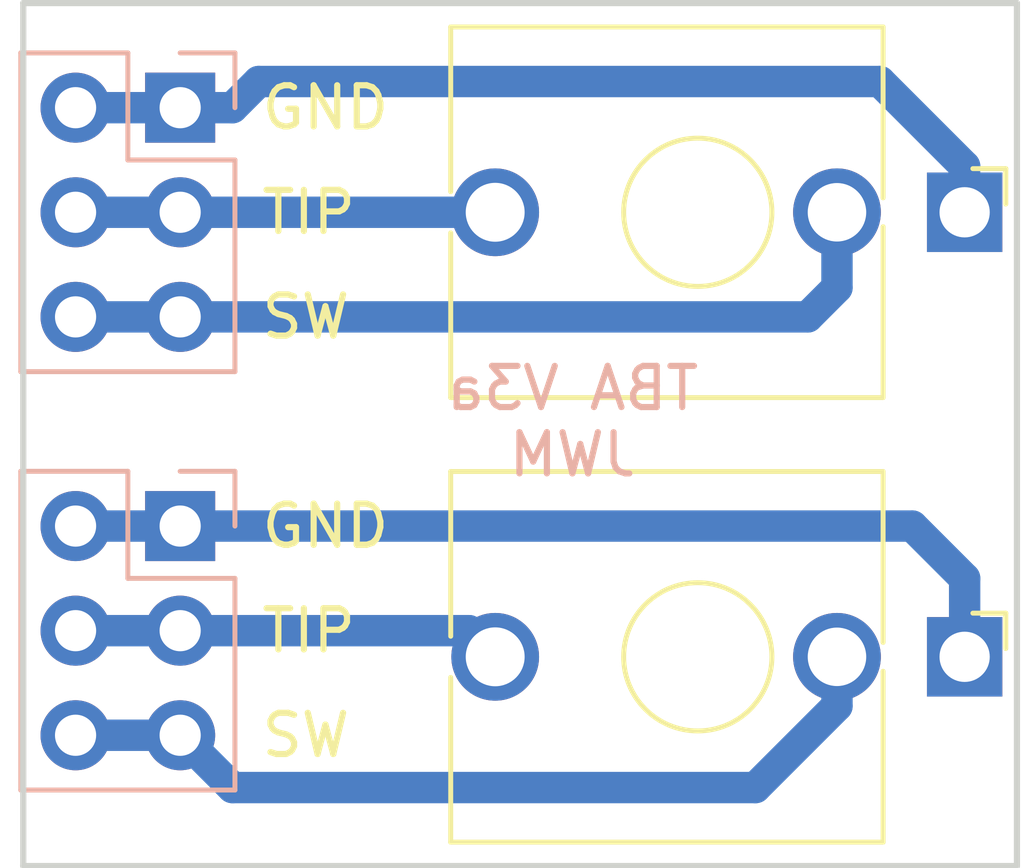
<source format=kicad_pcb>
(kicad_pcb (version 20171130) (host pcbnew "(5.1.0-0)")

  (general
    (thickness 1.6)
    (drawings 11)
    (tracks 24)
    (zones 0)
    (modules 4)
    (nets 7)
  )

  (page A4)
  (layers
    (0 Top signal)
    (31 Bottom signal)
    (34 B.Paste user)
    (35 F.Paste user)
    (36 B.SilkS user)
    (37 F.SilkS user)
    (38 B.Mask user)
    (39 F.Mask user)
    (40 Dwgs.User user)
    (41 Cmts.User user)
    (42 Eco1.User user)
    (43 Eco2.User user)
    (44 Edge.Cuts user)
    (45 Margin user)
    (46 B.CrtYd user)
    (47 F.CrtYd user)
  )

  (setup
    (last_trace_width 0.1524)
    (trace_clearance 0.1524)
    (zone_clearance 0.508)
    (zone_45_only no)
    (trace_min 0.1524)
    (via_size 0.508)
    (via_drill 0.254)
    (via_min_size 0.508)
    (via_min_drill 0.254)
    (uvia_size 0.508)
    (uvia_drill 0.254)
    (uvias_allowed no)
    (uvia_min_size 0.2)
    (uvia_min_drill 0.1)
    (edge_width 0.15)
    (segment_width 0.2)
    (pcb_text_width 0.3)
    (pcb_text_size 1.5 1.5)
    (mod_edge_width 0.15)
    (mod_text_size 1 1)
    (mod_text_width 0.15)
    (pad_size 1.524 1.524)
    (pad_drill 0.762)
    (pad_to_mask_clearance 0.0508)
    (aux_axis_origin 0 0)
    (visible_elements FFFFFF7F)
    (pcbplotparams
      (layerselection 0x010fc_ffffffff)
      (usegerberextensions false)
      (usegerberattributes false)
      (usegerberadvancedattributes false)
      (creategerberjobfile false)
      (excludeedgelayer true)
      (linewidth 0.100000)
      (plotframeref false)
      (viasonmask false)
      (mode 1)
      (useauxorigin false)
      (hpglpennumber 1)
      (hpglpenspeed 20)
      (hpglpendiameter 15.000000)
      (psnegative false)
      (psa4output false)
      (plotreference true)
      (plotvalue true)
      (plotinvisibletext false)
      (padsonsilk false)
      (subtractmaskfromsilk false)
      (outputformat 1)
      (mirror false)
      (drillshape 1)
      (scaleselection 1)
      (outputdirectory ""))
  )

  (net 0 "")
  (net 1 "Net-(J1-PadT)")
  (net 2 "Net-(J1-PadS)")
  (net 3 "Net-(J1-PadTN)")
  (net 4 "Net-(J2-PadT)")
  (net 5 "Net-(J2-PadS)")
  (net 6 "Net-(J2-PadTN)")

  (net_class Default "This is the default net class."
    (clearance 0.1524)
    (trace_width 0.1524)
    (via_dia 0.508)
    (via_drill 0.254)
    (uvia_dia 0.508)
    (uvia_drill 0.254)
    (diff_pair_width 0.1524)
    (diff_pair_gap 0.1524)
    (add_net "Net-(J1-PadS)")
    (add_net "Net-(J1-PadT)")
    (add_net "Net-(J1-PadTN)")
    (add_net "Net-(J2-PadS)")
    (add_net "Net-(J2-PadT)")
    (add_net "Net-(J2-PadTN)")
  )

  (module Connector_PinHeader_2.54mm:PinHeader_2x03_P2.54mm_Vertical (layer Bottom) (tedit 59FED5CC) (tstamp 5CA9C3A0)
    (at 141.605 78.74 180)
    (descr "Through hole straight pin header, 2x03, 2.54mm pitch, double rows")
    (tags "Through hole pin header THT 2x03 2.54mm double row")
    (path /5CBF4065)
    (fp_text reference J4 (at 1.27 2.33 180) (layer B.SilkS) hide
      (effects (font (size 1 1) (thickness 0.15)) (justify mirror))
    )
    (fp_text value Conn_02x03_Odd_Even (at 1.27 -7.41 180) (layer B.Fab)
      (effects (font (size 1 1) (thickness 0.15)) (justify mirror))
    )
    (fp_text user %R (at 1.27 -2.54 90) (layer B.Fab)
      (effects (font (size 1 1) (thickness 0.15)) (justify mirror))
    )
    (fp_line (start 4.35 1.8) (end -1.8 1.8) (layer B.CrtYd) (width 0.05))
    (fp_line (start 4.35 -6.85) (end 4.35 1.8) (layer B.CrtYd) (width 0.05))
    (fp_line (start -1.8 -6.85) (end 4.35 -6.85) (layer B.CrtYd) (width 0.05))
    (fp_line (start -1.8 1.8) (end -1.8 -6.85) (layer B.CrtYd) (width 0.05))
    (fp_line (start -1.33 1.33) (end 0 1.33) (layer B.SilkS) (width 0.12))
    (fp_line (start -1.33 0) (end -1.33 1.33) (layer B.SilkS) (width 0.12))
    (fp_line (start 1.27 1.33) (end 3.87 1.33) (layer B.SilkS) (width 0.12))
    (fp_line (start 1.27 -1.27) (end 1.27 1.33) (layer B.SilkS) (width 0.12))
    (fp_line (start -1.33 -1.27) (end 1.27 -1.27) (layer B.SilkS) (width 0.12))
    (fp_line (start 3.87 1.33) (end 3.87 -6.41) (layer B.SilkS) (width 0.12))
    (fp_line (start -1.33 -1.27) (end -1.33 -6.41) (layer B.SilkS) (width 0.12))
    (fp_line (start -1.33 -6.41) (end 3.87 -6.41) (layer B.SilkS) (width 0.12))
    (fp_line (start -1.27 0) (end 0 1.27) (layer B.Fab) (width 0.1))
    (fp_line (start -1.27 -6.35) (end -1.27 0) (layer B.Fab) (width 0.1))
    (fp_line (start 3.81 -6.35) (end -1.27 -6.35) (layer B.Fab) (width 0.1))
    (fp_line (start 3.81 1.27) (end 3.81 -6.35) (layer B.Fab) (width 0.1))
    (fp_line (start 0 1.27) (end 3.81 1.27) (layer B.Fab) (width 0.1))
    (pad 6 thru_hole oval (at 2.54 -5.08 180) (size 1.7 1.7) (drill 1) (layers *.Cu *.Mask)
      (net 6 "Net-(J2-PadTN)"))
    (pad 5 thru_hole oval (at 0 -5.08 180) (size 1.7 1.7) (drill 1) (layers *.Cu *.Mask)
      (net 6 "Net-(J2-PadTN)"))
    (pad 4 thru_hole oval (at 2.54 -2.54 180) (size 1.7 1.7) (drill 1) (layers *.Cu *.Mask)
      (net 4 "Net-(J2-PadT)"))
    (pad 3 thru_hole oval (at 0 -2.54 180) (size 1.7 1.7) (drill 1) (layers *.Cu *.Mask)
      (net 4 "Net-(J2-PadT)"))
    (pad 2 thru_hole oval (at 2.54 0 180) (size 1.7 1.7) (drill 1) (layers *.Cu *.Mask)
      (net 5 "Net-(J2-PadS)"))
    (pad 1 thru_hole rect (at 0 0 180) (size 1.7 1.7) (drill 1) (layers *.Cu *.Mask)
      (net 5 "Net-(J2-PadS)"))
    (model ${KISYS3DMOD}/Connector_PinHeader_2.54mm.3dshapes/PinHeader_2x03_P2.54mm_Vertical.wrl
      (at (xyz 0 0 0))
      (scale (xyz 1 1 1))
      (rotate (xyz 0 0 0))
    )
  )

  (module Connector_PinHeader_2.54mm:PinHeader_2x03_P2.54mm_Vertical (layer Bottom) (tedit 59FED5CC) (tstamp 5CA9C384)
    (at 141.605 68.58 180)
    (descr "Through hole straight pin header, 2x03, 2.54mm pitch, double rows")
    (tags "Through hole pin header THT 2x03 2.54mm double row")
    (path /5CBF4059)
    (fp_text reference J3 (at 1.27 2.33 180) (layer B.SilkS) hide
      (effects (font (size 1 1) (thickness 0.15)) (justify mirror))
    )
    (fp_text value Conn_02x03_Odd_Even (at 1.27 -7.41 180) (layer B.Fab)
      (effects (font (size 1 1) (thickness 0.15)) (justify mirror))
    )
    (fp_text user %R (at 1.27 -2.54 90) (layer B.Fab)
      (effects (font (size 1 1) (thickness 0.15)) (justify mirror))
    )
    (fp_line (start 4.35 1.8) (end -1.8 1.8) (layer B.CrtYd) (width 0.05))
    (fp_line (start 4.35 -6.85) (end 4.35 1.8) (layer B.CrtYd) (width 0.05))
    (fp_line (start -1.8 -6.85) (end 4.35 -6.85) (layer B.CrtYd) (width 0.05))
    (fp_line (start -1.8 1.8) (end -1.8 -6.85) (layer B.CrtYd) (width 0.05))
    (fp_line (start -1.33 1.33) (end 0 1.33) (layer B.SilkS) (width 0.12))
    (fp_line (start -1.33 0) (end -1.33 1.33) (layer B.SilkS) (width 0.12))
    (fp_line (start 1.27 1.33) (end 3.87 1.33) (layer B.SilkS) (width 0.12))
    (fp_line (start 1.27 -1.27) (end 1.27 1.33) (layer B.SilkS) (width 0.12))
    (fp_line (start -1.33 -1.27) (end 1.27 -1.27) (layer B.SilkS) (width 0.12))
    (fp_line (start 3.87 1.33) (end 3.87 -6.41) (layer B.SilkS) (width 0.12))
    (fp_line (start -1.33 -1.27) (end -1.33 -6.41) (layer B.SilkS) (width 0.12))
    (fp_line (start -1.33 -6.41) (end 3.87 -6.41) (layer B.SilkS) (width 0.12))
    (fp_line (start -1.27 0) (end 0 1.27) (layer B.Fab) (width 0.1))
    (fp_line (start -1.27 -6.35) (end -1.27 0) (layer B.Fab) (width 0.1))
    (fp_line (start 3.81 -6.35) (end -1.27 -6.35) (layer B.Fab) (width 0.1))
    (fp_line (start 3.81 1.27) (end 3.81 -6.35) (layer B.Fab) (width 0.1))
    (fp_line (start 0 1.27) (end 3.81 1.27) (layer B.Fab) (width 0.1))
    (pad 6 thru_hole oval (at 2.54 -5.08 180) (size 1.7 1.7) (drill 1) (layers *.Cu *.Mask)
      (net 3 "Net-(J1-PadTN)"))
    (pad 5 thru_hole oval (at 0 -5.08 180) (size 1.7 1.7) (drill 1) (layers *.Cu *.Mask)
      (net 3 "Net-(J1-PadTN)"))
    (pad 4 thru_hole oval (at 2.54 -2.54 180) (size 1.7 1.7) (drill 1) (layers *.Cu *.Mask)
      (net 1 "Net-(J1-PadT)"))
    (pad 3 thru_hole oval (at 0 -2.54 180) (size 1.7 1.7) (drill 1) (layers *.Cu *.Mask)
      (net 1 "Net-(J1-PadT)"))
    (pad 2 thru_hole oval (at 2.54 0 180) (size 1.7 1.7) (drill 1) (layers *.Cu *.Mask)
      (net 2 "Net-(J1-PadS)"))
    (pad 1 thru_hole rect (at 0 0 180) (size 1.7 1.7) (drill 1) (layers *.Cu *.Mask)
      (net 2 "Net-(J1-PadS)"))
    (model ${KISYS3DMOD}/Connector_PinHeader_2.54mm.3dshapes/PinHeader_2x03_P2.54mm_Vertical.wrl
      (at (xyz 0 0 0))
      (scale (xyz 1 1 1))
      (rotate (xyz 0 0 0))
    )
  )

  (module Connector_Audio:Jack_3.5mm_QingPu_WQP-PJ398SM_Vertical_CircularHoles (layer Top) (tedit 5C2B6BB2) (tstamp 5CA9C368)
    (at 160.655 81.915 270)
    (descr "TRS 3.5mm, vertical, Thonkiconn, PCB mount, (http://www.qingpu-electronics.com/en/products/WQP-PJ398SM-362.html)")
    (tags "WQP-PJ398SM WQP-PJ301M-12 TRS 3.5mm mono vertical jack thonkiconn qingpu")
    (path /5CBF405F)
    (fp_text reference J2 (at -4.03 1.08 90) (layer F.SilkS) hide
      (effects (font (size 1 1) (thickness 0.15)))
    )
    (fp_text value AudioJack2_SwitchT (at 0 5 90) (layer F.Fab)
      (effects (font (size 1 1) (thickness 0.15)))
    )
    (fp_line (start 0 0) (end 0 2.03) (layer F.Fab) (width 0.1))
    (fp_circle (center 0 6.48) (end 1.8 6.48) (layer F.Fab) (width 0.1))
    (fp_line (start 4.5 2.03) (end -4.5 2.03) (layer F.Fab) (width 0.1))
    (fp_line (start 5 -1.42) (end -5 -1.42) (layer F.CrtYd) (width 0.05))
    (fp_line (start 5 12.98) (end -5 12.98) (layer F.CrtYd) (width 0.05))
    (fp_line (start 5 12.98) (end 5 -1.42) (layer F.CrtYd) (width 0.05))
    (fp_line (start 4.5 12.48) (end -4.5 12.48) (layer F.Fab) (width 0.1))
    (fp_line (start 4.5 12.48) (end 4.5 2.08) (layer F.Fab) (width 0.1))
    (fp_line (start -1.06 -1) (end -0.2 -1) (layer F.SilkS) (width 0.12))
    (fp_line (start -1.06 -1) (end -1.06 -0.2) (layer F.SilkS) (width 0.12))
    (fp_circle (center 0 6.48) (end 1.8 6.48) (layer F.SilkS) (width 0.12))
    (fp_line (start -0.35 1.98) (end -4.5 1.98) (layer F.SilkS) (width 0.12))
    (fp_line (start 4.5 1.98) (end 0.35 1.98) (layer F.SilkS) (width 0.12))
    (fp_line (start -0.5 12.48) (end -4.5 12.48) (layer F.SilkS) (width 0.12))
    (fp_line (start 4.5 12.48) (end 0.5 12.48) (layer F.SilkS) (width 0.12))
    (fp_line (start -1.41 6.02) (end -0.46 5.07) (layer Dwgs.User) (width 0.12))
    (fp_line (start -1.42 6.875) (end 0.4 5.06) (layer Dwgs.User) (width 0.12))
    (fp_line (start -1.07 7.49) (end 1.01 5.41) (layer Dwgs.User) (width 0.12))
    (fp_line (start -0.58 7.83) (end 1.36 5.89) (layer Dwgs.User) (width 0.12))
    (fp_line (start 0.09 7.96) (end 1.48 6.57) (layer Dwgs.User) (width 0.12))
    (fp_circle (center 0 6.48) (end 1.5 6.48) (layer Dwgs.User) (width 0.12))
    (fp_line (start 4.5 1.98) (end 4.5 12.48) (layer F.SilkS) (width 0.12))
    (fp_line (start -4.5 1.98) (end -4.5 12.48) (layer F.SilkS) (width 0.12))
    (fp_text user %R (at 0 8 90) (layer F.Fab)
      (effects (font (size 1 1) (thickness 0.15)))
    )
    (fp_line (start -4.5 12.48) (end -4.5 2.08) (layer F.Fab) (width 0.1))
    (fp_line (start -5 12.98) (end -5 -1.42) (layer F.CrtYd) (width 0.05))
    (fp_text user KEEPOUT (at 0 6.48 270) (layer Cmts.User)
      (effects (font (size 0.4 0.4) (thickness 0.051)))
    )
    (pad T thru_hole circle (at 0 11.4 90) (size 2.13 2.13) (drill 1.43) (layers *.Cu *.Mask)
      (net 4 "Net-(J2-PadT)"))
    (pad S thru_hole rect (at 0 0 90) (size 1.93 1.83) (drill 1.22) (layers *.Cu *.Mask)
      (net 5 "Net-(J2-PadS)"))
    (pad TN thru_hole circle (at 0 3.1 90) (size 2.13 2.13) (drill 1.42) (layers *.Cu *.Mask)
      (net 6 "Net-(J2-PadTN)"))
    (model ${KISYS3DMOD}/Connector_Audio.3dshapes/Jack_3.5mm_QingPu_WQP-PJ398SM_Vertical.wrl
      (at (xyz 0 0 0))
      (scale (xyz 1 1 1))
      (rotate (xyz 0 0 0))
    )
  )

  (module Connector_Audio:Jack_3.5mm_QingPu_WQP-PJ398SM_Vertical_CircularHoles (layer Top) (tedit 5C2B6BB2) (tstamp 5CA9C346)
    (at 160.655 71.12 270)
    (descr "TRS 3.5mm, vertical, Thonkiconn, PCB mount, (http://www.qingpu-electronics.com/en/products/WQP-PJ398SM-362.html)")
    (tags "WQP-PJ398SM WQP-PJ301M-12 TRS 3.5mm mono vertical jack thonkiconn qingpu")
    (path /5CBF4053)
    (fp_text reference J1 (at -4.03 1.08 90) (layer F.SilkS) hide
      (effects (font (size 1 1) (thickness 0.15)))
    )
    (fp_text value AudioJack2_SwitchT (at 0 5 90) (layer F.Fab)
      (effects (font (size 1 1) (thickness 0.15)))
    )
    (fp_line (start 0 0) (end 0 2.03) (layer F.Fab) (width 0.1))
    (fp_circle (center 0 6.48) (end 1.8 6.48) (layer F.Fab) (width 0.1))
    (fp_line (start 4.5 2.03) (end -4.5 2.03) (layer F.Fab) (width 0.1))
    (fp_line (start 5 -1.42) (end -5 -1.42) (layer F.CrtYd) (width 0.05))
    (fp_line (start 5 12.98) (end -5 12.98) (layer F.CrtYd) (width 0.05))
    (fp_line (start 5 12.98) (end 5 -1.42) (layer F.CrtYd) (width 0.05))
    (fp_line (start 4.5 12.48) (end -4.5 12.48) (layer F.Fab) (width 0.1))
    (fp_line (start 4.5 12.48) (end 4.5 2.08) (layer F.Fab) (width 0.1))
    (fp_line (start -1.06 -1) (end -0.2 -1) (layer F.SilkS) (width 0.12))
    (fp_line (start -1.06 -1) (end -1.06 -0.2) (layer F.SilkS) (width 0.12))
    (fp_circle (center 0 6.48) (end 1.8 6.48) (layer F.SilkS) (width 0.12))
    (fp_line (start -0.35 1.98) (end -4.5 1.98) (layer F.SilkS) (width 0.12))
    (fp_line (start 4.5 1.98) (end 0.35 1.98) (layer F.SilkS) (width 0.12))
    (fp_line (start -0.5 12.48) (end -4.5 12.48) (layer F.SilkS) (width 0.12))
    (fp_line (start 4.5 12.48) (end 0.5 12.48) (layer F.SilkS) (width 0.12))
    (fp_line (start -1.41 6.02) (end -0.46 5.07) (layer Dwgs.User) (width 0.12))
    (fp_line (start -1.42 6.875) (end 0.4 5.06) (layer Dwgs.User) (width 0.12))
    (fp_line (start -1.07 7.49) (end 1.01 5.41) (layer Dwgs.User) (width 0.12))
    (fp_line (start -0.58 7.83) (end 1.36 5.89) (layer Dwgs.User) (width 0.12))
    (fp_line (start 0.09 7.96) (end 1.48 6.57) (layer Dwgs.User) (width 0.12))
    (fp_circle (center 0 6.48) (end 1.5 6.48) (layer Dwgs.User) (width 0.12))
    (fp_line (start 4.5 1.98) (end 4.5 12.48) (layer F.SilkS) (width 0.12))
    (fp_line (start -4.5 1.98) (end -4.5 12.48) (layer F.SilkS) (width 0.12))
    (fp_text user %R (at 0 8 90) (layer F.Fab)
      (effects (font (size 1 1) (thickness 0.15)))
    )
    (fp_line (start -4.5 12.48) (end -4.5 2.08) (layer F.Fab) (width 0.1))
    (fp_line (start -5 12.98) (end -5 -1.42) (layer F.CrtYd) (width 0.05))
    (fp_text user KEEPOUT (at 0 6.48 270) (layer Cmts.User)
      (effects (font (size 0.4 0.4) (thickness 0.051)))
    )
    (pad T thru_hole circle (at 0 11.4 90) (size 2.13 2.13) (drill 1.43) (layers *.Cu *.Mask)
      (net 1 "Net-(J1-PadT)"))
    (pad S thru_hole rect (at 0 0 90) (size 1.93 1.83) (drill 1.22) (layers *.Cu *.Mask)
      (net 2 "Net-(J1-PadS)"))
    (pad TN thru_hole circle (at 0 3.1 90) (size 2.13 2.13) (drill 1.42) (layers *.Cu *.Mask)
      (net 3 "Net-(J1-PadTN)"))
    (model ${KISYS3DMOD}/Connector_Audio.3dshapes/Jack_3.5mm_QingPu_WQP-PJ398SM_Vertical.wrl
      (at (xyz 0 0 0))
      (scale (xyz 1 1 1))
      (rotate (xyz 0 0 0))
    )
  )

  (gr_text "TBA V3a\nJWM" (at 151.13 76.2) (layer B.SilkS)
    (effects (font (size 1 1) (thickness 0.15)) (justify mirror))
  )
  (gr_line (start 137.795 86.995) (end 161.925 86.995) (layer Edge.Cuts) (width 0.15) (tstamp 5CA9CB85))
  (gr_line (start 137.795 66.04) (end 137.795 86.995) (layer Edge.Cuts) (width 0.15))
  (gr_line (start 161.925 66.04) (end 137.795 66.04) (layer Edge.Cuts) (width 0.15))
  (gr_line (start 161.925 86.995) (end 161.925 66.04) (layer Edge.Cuts) (width 0.15))
  (gr_text SW (at 143.51 83.82) (layer F.SilkS)
    (effects (font (size 1 1) (thickness 0.15)) (justify left))
  )
  (gr_text TIP (at 143.51 81.28) (layer F.SilkS) (tstamp 5CA9CA07)
    (effects (font (size 1 1) (thickness 0.15)) (justify left))
  )
  (gr_text GND (at 143.51 78.74) (layer F.SilkS) (tstamp 5CA9CA04)
    (effects (font (size 1 1) (thickness 0.15)) (justify left))
  )
  (gr_text SW (at 143.51 73.66) (layer F.SilkS)
    (effects (font (size 1 1) (thickness 0.15)) (justify left))
  )
  (gr_text TIP (at 143.51 71.12) (layer F.SilkS)
    (effects (font (size 1 1) (thickness 0.15)) (justify left))
  )
  (gr_text GND (at 143.51 68.58) (layer F.SilkS)
    (effects (font (size 1 1) (thickness 0.15)) (justify left))
  )

  (segment (start 141.605 71.12) (end 149.255 71.12) (width 0.762) (layer Bottom) (net 1))
  (segment (start 139.065 71.12) (end 141.605 71.12) (width 0.762) (layer Bottom) (net 1))
  (segment (start 160.655 70.0026) (end 158.5974 67.945) (width 0.762) (layer Bottom) (net 2))
  (segment (start 160.655 71.12) (end 160.655 70.0026) (width 0.762) (layer Bottom) (net 2))
  (segment (start 158.5974 67.945) (end 143.51 67.945) (width 0.762) (layer Bottom) (net 2))
  (segment (start 142.875 68.58) (end 141.605 68.58) (width 0.762) (layer Bottom) (net 2))
  (segment (start 143.51 67.945) (end 142.875 68.58) (width 0.762) (layer Bottom) (net 2))
  (segment (start 139.065 68.58) (end 141.605 68.58) (width 0.762) (layer Bottom) (net 2))
  (segment (start 157.555 71.12) (end 157.555 72.95) (width 0.762) (layer Bottom) (net 3))
  (segment (start 156.845 73.66) (end 141.605 73.66) (width 0.762) (layer Bottom) (net 3))
  (segment (start 157.555 72.95) (end 156.845 73.66) (width 0.762) (layer Bottom) (net 3))
  (segment (start 139.065 73.66) (end 141.605 73.66) (width 0.762) (layer Bottom) (net 3))
  (segment (start 148.62 81.28) (end 149.255 81.915) (width 0.762) (layer Bottom) (net 4))
  (segment (start 141.605 81.28) (end 148.62 81.28) (width 0.762) (layer Bottom) (net 4))
  (segment (start 139.065 81.28) (end 141.605 81.28) (width 0.762) (layer Bottom) (net 4))
  (segment (start 159.385 78.74) (end 141.605 78.74) (width 0.762) (layer Bottom) (net 5))
  (segment (start 160.655 80.01) (end 159.385 78.74) (width 0.762) (layer Bottom) (net 5))
  (segment (start 160.655 81.915) (end 160.655 80.01) (width 0.762) (layer Bottom) (net 5))
  (segment (start 139.065 78.74) (end 141.605 78.74) (width 0.762) (layer Bottom) (net 5))
  (segment (start 157.555 81.915) (end 157.555 83.11) (width 0.762) (layer Bottom) (net 6))
  (segment (start 157.555 83.11) (end 155.575 85.09) (width 0.762) (layer Bottom) (net 6))
  (segment (start 155.575 85.09) (end 142.875 85.09) (width 0.762) (layer Bottom) (net 6))
  (segment (start 142.875 85.09) (end 141.605 83.82) (width 0.762) (layer Bottom) (net 6))
  (segment (start 139.065 83.82) (end 141.605 83.82) (width 0.762) (layer Bottom) (net 6))

)

</source>
